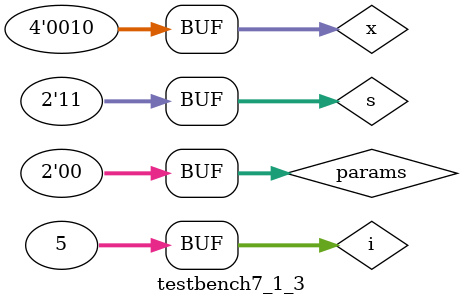
<source format=v>
`timescale 1ns / 1ps


module testbench7_1_3();
    reg [3:0] x;
    reg [1:0] s;
    wire z;
    integer i;
    reg [1:0] params;
    
    mux4to1 DUT (.x(x), .s(s), .z(z));
    
    initial 
    begin
        for (i = 0; i < 5; i = i + 1)
        begin
            if (i == 0)
                begin
                x <= 4'b1010;
                s <= 0;
                params <= i;
                end
             else
                #1 params = i;
                if (i < 4)
                    s = i;
                else
                    x = 4'b0010;
                end
                end
endmodule

</source>
